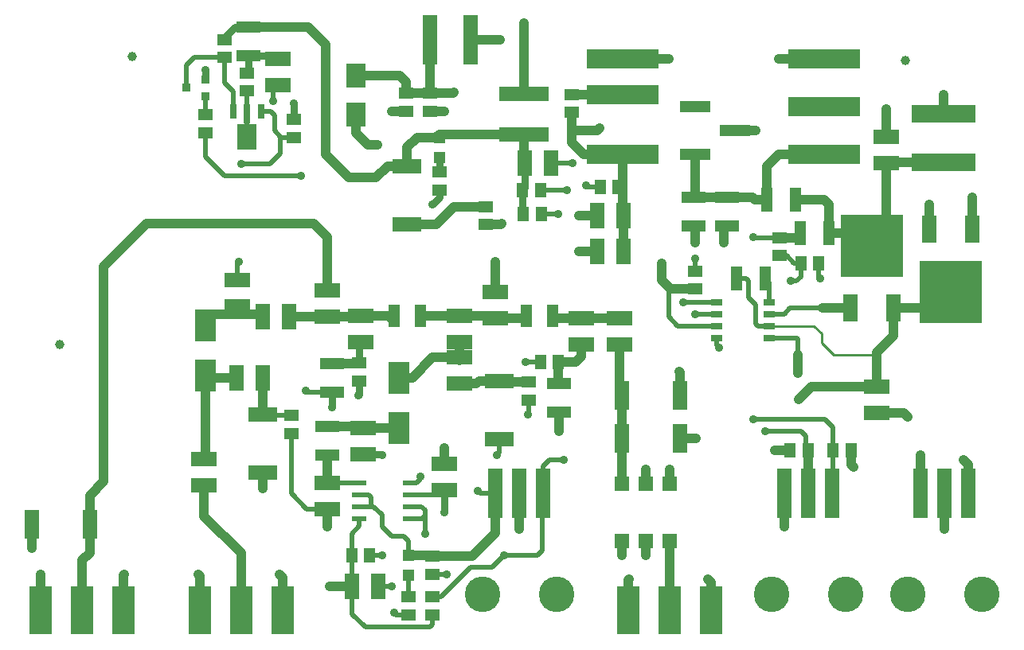
<source format=gtl>
%FSLAX34Y34*%
G04 Gerber Fmt 3.4, Leading zero omitted, Abs format*
G04 (created by PCBNEW (2014-03-19 BZR 4756)-product) date Fri Feb  6 12:39:27 2015*
%MOIN*%
G01*
G70*
G90*
G04 APERTURE LIST*
%ADD10C,0.005906*%
%ADD11C,0.039370*%
%ADD12R,0.059000X0.051200*%
%ADD13R,0.106000X0.063000*%
%ADD14R,0.051200X0.059000*%
%ADD15R,0.063000X0.106000*%
%ADD16R,0.121024X0.060000*%
%ADD17R,0.050000X0.092913*%
%ADD18R,0.060000X0.121024*%
%ADD19R,0.094488X0.200787*%
%ADD20R,0.062992X0.118110*%
%ADD21R,0.263780X0.263780*%
%ADD22R,0.050000X0.025000*%
%ADD23R,0.062992X0.023622*%
%ADD24R,0.300000X0.078740*%
%ADD25R,0.208700X0.059100*%
%ADD26R,0.267700X0.072800*%
%ADD27R,0.079900X0.104400*%
%ADD28R,0.047200X0.047200*%
%ADD29R,0.059100X0.208700*%
%ADD30R,0.027600X0.063000*%
%ADD31R,0.027600X0.082700*%
%ADD32R,0.078700X0.108300*%
%ADD33R,0.036000X0.036000*%
%ADD34R,0.090600X0.137800*%
%ADD35R,0.050000X0.100000*%
%ADD36R,0.100000X0.050000*%
%ADD37R,0.059843X0.064961*%
%ADD38R,0.125197X0.050000*%
%ADD39R,0.064961X0.209843*%
%ADD40C,0.148819*%
%ADD41C,0.035000*%
%ADD42C,0.019685*%
%ADD43C,0.039370*%
%ADD44C,0.010000*%
%ADD45C,0.031496*%
%ADD46C,0.007087*%
G04 APERTURE END LIST*
G54D10*
G54D11*
X27550Y-11700D03*
G54D12*
X51100Y-21425D03*
X51100Y-20675D03*
G54D13*
X30550Y-28550D03*
X30550Y-29650D03*
G54D14*
X56875Y-28200D03*
X57625Y-28200D03*
G54D13*
X35700Y-22600D03*
X35700Y-21500D03*
X58700Y-26625D03*
X58700Y-25525D03*
X41250Y-23650D03*
X41250Y-22550D03*
X59100Y-16150D03*
X59100Y-15050D03*
X47950Y-22650D03*
X47950Y-23750D03*
G54D14*
X36725Y-32600D03*
X37475Y-32600D03*
G54D15*
X34100Y-22600D03*
X33000Y-22600D03*
G54D12*
X37050Y-25275D03*
X37050Y-24525D03*
G54D13*
X37200Y-27250D03*
X37200Y-28350D03*
G54D14*
X44625Y-24500D03*
X45375Y-24500D03*
X43875Y-17290D03*
X44625Y-17290D03*
X43905Y-18270D03*
X44655Y-18270D03*
G54D15*
X43965Y-16165D03*
X45065Y-16165D03*
X48100Y-19850D03*
X47000Y-19850D03*
X48100Y-18350D03*
X47000Y-18350D03*
G54D16*
X33000Y-26675D03*
X33000Y-29125D03*
G54D17*
X38498Y-22550D03*
X39601Y-22550D03*
X45151Y-22550D03*
X44048Y-22550D03*
G54D16*
X42900Y-25275D03*
X42900Y-27725D03*
G54D18*
X48025Y-25900D03*
X50475Y-25900D03*
X50475Y-27700D03*
X48025Y-27700D03*
G54D19*
X32100Y-34900D03*
X30367Y-34900D03*
X33832Y-34900D03*
X25450Y-34900D03*
X27182Y-34900D03*
X23717Y-34900D03*
X50050Y-34900D03*
X48317Y-34900D03*
X51782Y-34900D03*
G54D15*
X31900Y-25150D03*
X33000Y-25150D03*
G54D13*
X37100Y-23650D03*
X37100Y-22550D03*
X42750Y-22650D03*
X42750Y-21550D03*
X46350Y-23750D03*
X46350Y-22650D03*
X41250Y-24300D03*
X41250Y-25400D03*
G54D20*
X57594Y-22225D03*
X59405Y-22225D03*
G54D21*
X58500Y-19606D03*
G54D20*
X62705Y-18925D03*
X60894Y-18925D03*
G54D21*
X61800Y-21543D03*
G54D12*
X34200Y-26725D03*
X34200Y-27475D03*
X44150Y-25325D03*
X44150Y-26075D03*
X40100Y-34325D03*
X40100Y-35075D03*
G54D22*
X52000Y-21975D03*
X52000Y-22475D03*
X52000Y-22975D03*
X52000Y-23475D03*
X54200Y-23475D03*
X54200Y-22975D03*
X54200Y-22475D03*
X54200Y-21975D03*
G54D12*
X42350Y-17975D03*
X42350Y-18725D03*
G54D18*
X25775Y-31300D03*
X23325Y-31300D03*
G54D23*
X37037Y-31038D03*
X39162Y-31038D03*
X37037Y-30546D03*
X37037Y-30053D03*
X37037Y-29561D03*
X39162Y-30546D03*
X39162Y-30053D03*
X39162Y-29561D03*
G54D14*
X47875Y-17150D03*
X47125Y-17150D03*
G54D12*
X45950Y-14025D03*
X45950Y-13275D03*
G54D24*
X48087Y-11800D03*
X48087Y-13288D03*
X48087Y-15800D03*
X56512Y-15800D03*
X56512Y-13800D03*
X56512Y-11800D03*
G54D25*
X43950Y-13250D03*
X43950Y-14950D03*
G54D26*
X61500Y-16114D03*
X61500Y-14086D03*
G54D27*
X36900Y-12479D03*
X36900Y-14121D03*
G54D15*
X36750Y-33900D03*
X37850Y-33900D03*
G54D13*
X40600Y-29850D03*
X40600Y-28750D03*
X35700Y-29550D03*
X35700Y-30650D03*
G54D12*
X40100Y-33375D03*
X40100Y-32625D03*
G54D28*
X40400Y-15087D03*
X40400Y-15913D03*
X39100Y-32587D03*
X39100Y-33413D03*
G54D12*
X40400Y-16525D03*
X40400Y-17275D03*
X54650Y-20025D03*
X54650Y-19275D03*
G54D14*
X55525Y-20350D03*
X56275Y-20350D03*
G54D12*
X39100Y-35075D03*
X39100Y-34325D03*
G54D13*
X33650Y-11800D03*
X33650Y-12900D03*
G54D12*
X30600Y-14875D03*
X30600Y-14125D03*
X31400Y-10975D03*
X31400Y-11725D03*
X32350Y-12375D03*
X32350Y-13125D03*
X34300Y-14325D03*
X34300Y-15075D03*
G54D13*
X31950Y-21050D03*
X31950Y-22150D03*
G54D12*
X40000Y-13225D03*
X40000Y-13975D03*
X39000Y-13225D03*
X39000Y-13975D03*
G54D29*
X41700Y-11000D03*
X40000Y-11000D03*
G54D30*
X32941Y-14002D03*
G54D31*
X32350Y-14100D03*
G54D30*
X31759Y-14002D03*
G54D32*
X32350Y-15045D03*
G54D33*
X30600Y-12650D03*
X30600Y-13350D03*
X29800Y-13000D03*
G54D34*
X30600Y-22937D03*
X30600Y-25063D03*
G54D14*
X55825Y-28200D03*
X55075Y-28200D03*
G54D35*
X55300Y-17700D03*
X54100Y-17700D03*
X55500Y-19100D03*
X56700Y-19100D03*
X54050Y-21000D03*
X52850Y-21000D03*
G54D36*
X51050Y-17600D03*
X51050Y-18800D03*
X52450Y-17600D03*
X52450Y-18800D03*
G54D16*
X39050Y-18725D03*
X39050Y-16275D03*
G54D36*
X45400Y-26600D03*
X45400Y-25400D03*
X35900Y-25750D03*
X35900Y-24550D03*
X35700Y-28400D03*
X35700Y-27200D03*
X32400Y-10450D03*
X32400Y-11650D03*
G54D34*
X38700Y-27263D03*
X38700Y-25137D03*
G54D37*
X48050Y-29600D03*
X49050Y-29600D03*
X50050Y-29600D03*
X50050Y-32000D03*
X49050Y-32000D03*
X48050Y-32000D03*
G54D11*
X59900Y-11850D03*
X24500Y-23750D03*
G54D38*
X51112Y-13800D03*
X52770Y-14800D03*
X51112Y-15800D03*
G54D39*
X44750Y-30000D03*
X43750Y-30000D03*
X42750Y-30000D03*
G54D40*
X45299Y-34208D03*
X42200Y-34208D03*
G54D39*
X56850Y-30000D03*
X55850Y-30000D03*
X54850Y-30000D03*
G54D40*
X57399Y-34208D03*
X54300Y-34208D03*
G54D39*
X62550Y-30000D03*
X61550Y-30000D03*
X60550Y-30000D03*
G54D40*
X63099Y-34208D03*
X60000Y-34208D03*
G54D41*
X39800Y-31700D03*
X43100Y-32600D03*
X45600Y-28600D03*
X50600Y-22000D03*
X51100Y-22500D03*
X42000Y-29900D03*
X42750Y-20300D03*
X55450Y-26050D03*
X52300Y-19500D03*
X51100Y-19500D03*
X40600Y-14000D03*
X38400Y-14000D03*
X30600Y-12250D03*
X61500Y-13300D03*
X59100Y-13900D03*
X54600Y-11800D03*
X50000Y-11800D03*
X42800Y-28400D03*
X46250Y-19850D03*
X60000Y-26800D03*
X60900Y-17900D03*
X37000Y-25900D03*
X52100Y-23900D03*
X45380Y-18270D03*
X45750Y-17290D03*
X45965Y-16165D03*
X46250Y-18350D03*
X46550Y-17100D03*
X42975Y-18725D03*
X56350Y-21000D03*
X33450Y-13550D03*
X34300Y-13650D03*
X40100Y-17900D03*
X23350Y-32300D03*
X48050Y-32600D03*
X49050Y-32600D03*
X49050Y-29000D03*
X50050Y-29000D03*
X51150Y-27700D03*
X50450Y-24900D03*
X51650Y-33600D03*
X43750Y-31500D03*
X53650Y-14800D03*
X61550Y-31500D03*
X54850Y-31400D03*
X54450Y-28200D03*
X57750Y-28900D03*
X38000Y-32600D03*
X38400Y-33900D03*
X51100Y-20150D03*
X33000Y-29800D03*
X38000Y-28400D03*
X39600Y-29300D03*
X38500Y-35000D03*
X40700Y-33400D03*
X44000Y-24500D03*
X33700Y-33400D03*
X30300Y-33400D03*
X23700Y-33400D03*
X27200Y-33400D03*
X48350Y-33600D03*
X37750Y-16750D03*
X49700Y-20350D03*
X35700Y-31400D03*
X40600Y-28100D03*
X44100Y-26700D03*
X62700Y-17600D03*
X55400Y-24950D03*
X41000Y-18000D03*
X41000Y-13200D03*
X35800Y-33900D03*
X34600Y-16700D03*
X34800Y-25700D03*
X35900Y-26400D03*
X40600Y-30800D03*
X45400Y-27400D03*
X32100Y-16200D03*
X32000Y-20300D03*
X62350Y-28600D03*
X43950Y-10300D03*
X42950Y-11000D03*
X60550Y-28400D03*
X53550Y-19250D03*
X53550Y-26900D03*
X55100Y-21100D03*
X54050Y-27400D03*
X37800Y-15400D03*
X47100Y-14700D03*
G54D42*
X39661Y-31038D02*
X39800Y-30900D01*
X39800Y-30900D02*
X39800Y-30700D01*
X39800Y-30700D02*
X39646Y-30546D01*
X39646Y-30546D02*
X39162Y-30546D01*
X39162Y-31038D02*
X39661Y-31038D01*
X44700Y-30050D02*
X44750Y-30000D01*
X43100Y-32600D02*
X44500Y-32600D01*
X44500Y-32600D02*
X44700Y-32400D01*
X44700Y-32400D02*
X44700Y-30050D01*
X39800Y-30700D02*
X39800Y-31700D01*
X40475Y-34325D02*
X41700Y-33100D01*
X41700Y-33100D02*
X42600Y-33100D01*
X42600Y-33100D02*
X43100Y-32600D01*
X40100Y-34325D02*
X40475Y-34325D01*
X44750Y-28850D02*
X45000Y-28600D01*
X45000Y-28600D02*
X45600Y-28600D01*
X50600Y-22000D02*
X50625Y-21975D01*
X50625Y-21975D02*
X52000Y-21975D01*
X44750Y-30000D02*
X44750Y-28850D01*
X37037Y-30546D02*
X37546Y-30546D01*
X37453Y-30053D02*
X37546Y-30146D01*
X37546Y-30146D02*
X37546Y-30546D01*
X37037Y-30053D02*
X37453Y-30053D01*
G54D43*
X40062Y-32587D02*
X40100Y-32625D01*
X39100Y-32587D02*
X40062Y-32587D01*
X41775Y-32625D02*
X42750Y-31650D01*
X42750Y-31650D02*
X42750Y-30000D01*
X40100Y-32625D02*
X41775Y-32625D01*
G54D42*
X37646Y-30546D02*
X38000Y-30900D01*
X38000Y-30900D02*
X38000Y-31400D01*
X38000Y-31400D02*
X38400Y-31800D01*
X38400Y-31800D02*
X38900Y-31800D01*
X38900Y-31800D02*
X39100Y-32000D01*
X39100Y-32000D02*
X39100Y-32587D01*
X37546Y-30546D02*
X37646Y-30546D01*
X51125Y-22475D02*
X51100Y-22500D01*
X42000Y-29900D02*
X42100Y-30000D01*
X42100Y-30000D02*
X42750Y-30000D01*
X52000Y-22475D02*
X51125Y-22475D01*
G54D44*
X56900Y-24200D02*
X58700Y-24200D01*
X54200Y-22975D02*
X56075Y-22975D01*
X56400Y-23300D02*
X56400Y-23700D01*
X56075Y-22975D02*
X56400Y-23300D01*
X56400Y-23700D02*
X56700Y-24000D01*
X56700Y-24000D02*
X56900Y-24200D01*
G54D43*
X59405Y-22225D02*
X61118Y-22225D01*
X61118Y-22225D02*
X61800Y-21543D01*
X59405Y-22225D02*
X59405Y-23394D01*
X59405Y-23394D02*
X58700Y-24100D01*
X58700Y-24100D02*
X58700Y-24200D01*
X58700Y-24200D02*
X58700Y-25525D01*
X42750Y-21550D02*
X42750Y-20300D01*
X55975Y-25525D02*
X55450Y-26050D01*
X55975Y-25525D02*
X58700Y-25525D01*
X60750Y-22593D02*
X61800Y-21543D01*
X59425Y-22244D02*
X59405Y-22225D01*
G54D42*
X52850Y-21000D02*
X53050Y-21000D01*
X53250Y-21000D02*
X53350Y-21100D01*
X53350Y-21100D02*
X53350Y-21800D01*
X53350Y-21800D02*
X53650Y-22100D01*
X53650Y-22100D02*
X53650Y-22900D01*
X53650Y-22900D02*
X53725Y-22975D01*
X53725Y-22975D02*
X54200Y-22975D01*
X52850Y-21000D02*
X53250Y-21000D01*
G54D43*
X41266Y-22533D02*
X41250Y-22550D01*
X39601Y-22550D02*
X41250Y-22550D01*
X44031Y-22533D02*
X44048Y-22550D01*
G54D44*
X42733Y-22550D02*
X42750Y-22533D01*
G54D43*
X42650Y-22550D02*
X42750Y-22650D01*
X41250Y-22550D02*
X42650Y-22550D01*
X43948Y-22650D02*
X44048Y-22550D01*
X42750Y-22650D02*
X43948Y-22650D01*
X52300Y-18750D02*
X52300Y-19500D01*
X51100Y-18750D02*
X51100Y-19500D01*
X40000Y-13975D02*
X40575Y-13975D01*
X40575Y-13975D02*
X40600Y-14000D01*
X39000Y-13975D02*
X38425Y-13975D01*
X38425Y-13975D02*
X38400Y-14000D01*
G54D45*
X30600Y-12650D02*
X30600Y-12250D01*
G54D43*
X61500Y-14086D02*
X61500Y-13300D01*
X59100Y-15050D02*
X59100Y-13900D01*
X56512Y-11800D02*
X54600Y-11800D01*
X48087Y-11800D02*
X50000Y-11800D01*
G54D42*
X42900Y-27725D02*
X42900Y-28300D01*
X42900Y-28300D02*
X42800Y-28400D01*
G54D43*
X47000Y-18350D02*
X46250Y-18350D01*
X47000Y-19850D02*
X46250Y-19850D01*
X59825Y-26625D02*
X60000Y-26800D01*
X58700Y-26625D02*
X59825Y-26625D01*
X60894Y-17905D02*
X60900Y-17900D01*
X60894Y-18925D02*
X60894Y-17905D01*
G54D45*
X37050Y-25850D02*
X37000Y-25900D01*
X37050Y-25275D02*
X37050Y-25850D01*
G54D42*
X52000Y-23800D02*
X52100Y-23900D01*
X52000Y-23475D02*
X52000Y-23800D01*
X44655Y-18270D02*
X45380Y-18270D01*
X44791Y-17290D02*
X45750Y-17290D01*
X45056Y-16165D02*
X45965Y-16165D01*
X47125Y-17150D02*
X46600Y-17150D01*
X46600Y-17150D02*
X46550Y-17100D01*
G54D43*
X42350Y-18725D02*
X42975Y-18725D01*
X42975Y-18725D02*
X43000Y-18700D01*
X43000Y-18700D02*
X42975Y-18725D01*
G54D42*
X56275Y-20925D02*
X56350Y-21000D01*
X56275Y-20350D02*
X56275Y-20925D01*
X33450Y-12950D02*
X33450Y-13550D01*
G54D45*
X34300Y-14325D02*
X34300Y-13650D01*
X40400Y-17600D02*
X40100Y-17900D01*
X40400Y-17275D02*
X40400Y-17600D01*
G54D43*
X23325Y-32275D02*
X23350Y-32300D01*
X23325Y-31300D02*
X23325Y-32275D01*
X48050Y-32000D02*
X48050Y-32600D01*
X49050Y-32000D02*
X49050Y-32600D01*
X49050Y-29600D02*
X49050Y-29000D01*
X50050Y-29600D02*
X50050Y-29000D01*
X50475Y-27700D02*
X51150Y-27700D01*
X50475Y-24925D02*
X50450Y-24900D01*
X50475Y-25900D02*
X50475Y-24925D01*
X51782Y-33732D02*
X51650Y-33600D01*
X51782Y-34900D02*
X51782Y-33732D01*
X48317Y-33632D02*
X48350Y-33600D01*
X48317Y-33632D02*
X48350Y-33600D01*
X48317Y-34900D02*
X48317Y-33632D01*
X43750Y-30000D02*
X43750Y-31500D01*
X52770Y-14800D02*
X53650Y-14800D01*
X61550Y-30000D02*
X61550Y-31500D01*
X54850Y-30000D02*
X54850Y-31400D01*
X55075Y-28200D02*
X54450Y-28200D01*
X57625Y-28775D02*
X57750Y-28900D01*
X57625Y-28200D02*
X57625Y-28775D01*
G54D42*
X37475Y-32600D02*
X38000Y-32600D01*
X37850Y-33900D02*
X38400Y-33900D01*
X51100Y-20675D02*
X51100Y-20150D01*
G54D43*
X33000Y-29125D02*
X33000Y-29800D01*
G54D45*
X37950Y-28350D02*
X38000Y-28400D01*
X37200Y-28350D02*
X37950Y-28350D01*
G54D42*
X39600Y-29400D02*
X39600Y-29300D01*
X39438Y-29561D02*
X39600Y-29400D01*
X39162Y-29561D02*
X39438Y-29561D01*
X38575Y-35075D02*
X38500Y-35000D01*
X39100Y-35075D02*
X38575Y-35075D01*
X40675Y-33375D02*
X40700Y-33400D01*
X40100Y-33375D02*
X40675Y-33375D01*
X44625Y-24500D02*
X44000Y-24500D01*
G54D43*
X33832Y-33532D02*
X33832Y-34900D01*
X33832Y-33532D02*
X33700Y-33400D01*
X30367Y-33467D02*
X30367Y-34900D01*
X30367Y-33467D02*
X30300Y-33400D01*
X23717Y-33417D02*
X23717Y-34900D01*
X23717Y-33417D02*
X23700Y-33400D01*
X27182Y-33417D02*
X27182Y-34900D01*
X27182Y-33417D02*
X27200Y-33400D01*
X38225Y-16275D02*
X39050Y-16275D01*
X38225Y-16275D02*
X37750Y-16750D01*
X43950Y-14950D02*
X40400Y-14950D01*
X43950Y-14950D02*
X43950Y-16150D01*
X43950Y-16150D02*
X43965Y-16165D01*
X44000Y-16130D02*
X43965Y-16165D01*
G54D45*
X43875Y-17290D02*
X43875Y-18240D01*
X43875Y-18240D02*
X43905Y-18270D01*
X43965Y-16165D02*
X43965Y-17200D01*
X43965Y-17200D02*
X43875Y-17290D01*
X40400Y-15087D02*
X40400Y-14950D01*
G54D43*
X39463Y-15087D02*
X39050Y-15500D01*
X40400Y-15087D02*
X39463Y-15087D01*
X39050Y-15500D02*
X39050Y-16275D01*
G54D45*
X31850Y-10450D02*
X32400Y-10450D01*
X31400Y-10900D02*
X31850Y-10450D01*
X31400Y-10975D02*
X31400Y-10900D01*
G54D43*
X34900Y-10450D02*
X35650Y-11200D01*
X35650Y-11200D02*
X35650Y-15800D01*
X35650Y-15800D02*
X36600Y-16750D01*
X36600Y-16750D02*
X37750Y-16750D01*
X32400Y-10450D02*
X34900Y-10450D01*
X51100Y-21425D02*
X50075Y-21425D01*
X49700Y-21050D02*
X49700Y-20350D01*
X50000Y-21350D02*
X49700Y-21050D01*
X50075Y-21425D02*
X50000Y-21350D01*
X35700Y-30650D02*
X35700Y-31400D01*
G54D42*
X34200Y-30000D02*
X34850Y-30650D01*
X34850Y-30650D02*
X35700Y-30650D01*
X34200Y-27475D02*
X34200Y-30000D01*
G54D43*
X40600Y-28750D02*
X40600Y-28100D01*
G54D42*
X44150Y-26650D02*
X44100Y-26700D01*
X44150Y-26075D02*
X44150Y-26650D01*
X50375Y-22975D02*
X50000Y-22600D01*
X50000Y-22600D02*
X50000Y-21350D01*
X52000Y-22975D02*
X50375Y-22975D01*
G54D43*
X56700Y-19100D02*
X57993Y-19100D01*
X57993Y-19100D02*
X58500Y-19606D01*
X55300Y-17700D02*
X56500Y-17700D01*
X56700Y-17900D02*
X56700Y-19100D01*
X56500Y-17700D02*
X56700Y-17900D01*
X57421Y-18527D02*
X58500Y-19606D01*
X61500Y-16114D02*
X59136Y-16114D01*
X59136Y-16114D02*
X59100Y-16150D01*
X59100Y-16150D02*
X59100Y-19006D01*
X59100Y-19006D02*
X58500Y-19606D01*
X59250Y-18856D02*
X58500Y-19606D01*
X57943Y-19050D02*
X58500Y-19606D01*
X58481Y-19625D02*
X58500Y-19606D01*
G54D42*
X57743Y-18850D02*
X58500Y-19606D01*
X58143Y-19250D02*
X58500Y-19606D01*
G54D43*
X30600Y-28500D02*
X30550Y-28550D01*
X30600Y-25063D02*
X30600Y-28500D01*
X30687Y-25150D02*
X30600Y-25063D01*
X31900Y-25150D02*
X30687Y-25150D01*
X30550Y-30950D02*
X32100Y-32500D01*
X32100Y-32500D02*
X32100Y-34900D01*
X30550Y-29650D02*
X30550Y-30950D01*
G54D42*
X54200Y-21150D02*
X54050Y-21000D01*
X54200Y-21975D02*
X54200Y-21150D01*
G54D43*
X34100Y-22600D02*
X35700Y-22600D01*
X38381Y-22666D02*
X38498Y-22550D01*
G54D46*
X37216Y-22550D02*
X37100Y-22666D01*
G54D43*
X37050Y-22600D02*
X37100Y-22550D01*
X35700Y-22600D02*
X37050Y-22600D01*
X37100Y-22550D02*
X38498Y-22550D01*
X35600Y-21400D02*
X35700Y-21500D01*
X25450Y-32800D02*
X25775Y-32475D01*
X25775Y-32475D02*
X25775Y-31300D01*
X25450Y-34900D02*
X25450Y-32800D01*
X25775Y-30075D02*
X26350Y-29500D01*
X26350Y-29500D02*
X26350Y-20500D01*
X26350Y-20500D02*
X28150Y-18700D01*
X28150Y-18700D02*
X35150Y-18700D01*
X35150Y-18700D02*
X35700Y-19250D01*
X35700Y-19250D02*
X35700Y-21500D01*
X25775Y-31300D02*
X25775Y-30075D01*
X41250Y-23650D02*
X41250Y-24416D01*
X41175Y-24375D02*
X41250Y-24300D01*
X39263Y-25137D02*
X40100Y-24300D01*
X40100Y-24300D02*
X41250Y-24300D01*
X38700Y-25137D02*
X39263Y-25137D01*
X47950Y-22650D02*
X46350Y-22650D01*
X45251Y-22650D02*
X45151Y-22550D01*
X46350Y-22650D02*
X45251Y-22650D01*
X48050Y-27725D02*
X48025Y-27700D01*
X48050Y-29600D02*
X48050Y-27725D01*
X48025Y-27700D02*
X48025Y-25900D01*
X47950Y-25825D02*
X48025Y-25900D01*
X47950Y-23750D02*
X47950Y-25825D01*
X32900Y-22500D02*
X33000Y-22600D01*
X30925Y-22500D02*
X32900Y-22500D01*
G54D45*
X31600Y-22500D02*
X31950Y-22150D01*
X30763Y-22500D02*
X31600Y-22500D01*
X37050Y-24525D02*
X37050Y-23700D01*
X37050Y-23700D02*
X37100Y-23650D01*
G54D42*
X37000Y-24475D02*
X37050Y-24525D01*
G54D43*
X37025Y-24550D02*
X37050Y-24525D01*
X35900Y-24550D02*
X37025Y-24550D01*
X37150Y-27200D02*
X37200Y-27250D01*
X35700Y-27200D02*
X37150Y-27200D01*
X38687Y-27250D02*
X38700Y-27263D01*
X37200Y-27250D02*
X38687Y-27250D01*
X46350Y-24250D02*
X46100Y-24500D01*
X46100Y-24500D02*
X45375Y-24500D01*
X46350Y-23750D02*
X46350Y-24250D01*
X45375Y-25375D02*
X45400Y-25400D01*
X45375Y-24500D02*
X45375Y-25375D01*
X33000Y-25150D02*
X33000Y-26675D01*
G54D42*
X33050Y-26725D02*
X33000Y-26675D01*
X34200Y-26725D02*
X33050Y-26725D01*
X42775Y-25400D02*
X42900Y-25275D01*
G54D46*
X41250Y-25283D02*
X41250Y-25400D01*
G54D43*
X41258Y-25275D02*
X41250Y-25283D01*
X41950Y-25400D02*
X42075Y-25275D01*
X42075Y-25275D02*
X42900Y-25275D01*
X41250Y-25400D02*
X41950Y-25400D01*
X42950Y-25325D02*
X42900Y-25275D01*
X44150Y-25325D02*
X42950Y-25325D01*
G54D42*
X55725Y-22225D02*
X56425Y-22225D01*
X54825Y-22475D02*
X55075Y-22225D01*
X55075Y-22225D02*
X55725Y-22225D01*
X54200Y-22475D02*
X54825Y-22475D01*
X56450Y-22250D02*
X56450Y-22225D01*
X56425Y-22225D02*
X56450Y-22250D01*
G54D43*
X57594Y-22225D02*
X56450Y-22225D01*
X56450Y-22225D02*
X56475Y-22225D01*
G54D42*
X55325Y-23475D02*
X55350Y-23475D01*
X55350Y-23475D02*
X55400Y-23525D01*
X55400Y-23525D02*
X55400Y-24200D01*
G54D43*
X62705Y-17605D02*
X62700Y-17600D01*
X55400Y-24950D02*
X55400Y-24200D01*
X55400Y-24200D02*
X55400Y-24250D01*
X55400Y-24250D02*
X55400Y-24275D01*
X62705Y-18925D02*
X62705Y-17605D01*
G54D42*
X54200Y-23475D02*
X55325Y-23475D01*
X55350Y-23475D02*
X55350Y-23475D01*
G54D43*
X54100Y-17700D02*
X54100Y-16300D01*
X54600Y-15800D02*
X56512Y-15800D01*
X54100Y-16300D02*
X54600Y-15800D01*
X54050Y-17650D02*
X54100Y-17700D01*
X51112Y-17537D02*
X51050Y-17600D01*
X51112Y-15800D02*
X51112Y-17537D01*
X52450Y-17600D02*
X51050Y-17600D01*
X53600Y-17700D02*
X53500Y-17600D01*
X53500Y-17600D02*
X52450Y-17600D01*
X54100Y-17700D02*
X53600Y-17700D01*
X42350Y-17975D02*
X41025Y-17975D01*
X41025Y-17975D02*
X41000Y-18000D01*
X40975Y-13225D02*
X41000Y-13200D01*
X40000Y-13225D02*
X40975Y-13225D01*
X39000Y-13225D02*
X40000Y-13225D01*
X40275Y-18725D02*
X41000Y-18000D01*
X39050Y-18725D02*
X40275Y-18725D01*
X38729Y-12479D02*
X39000Y-12750D01*
X39000Y-12750D02*
X39000Y-13225D01*
X36900Y-12479D02*
X38729Y-12479D01*
X40000Y-11000D02*
X40000Y-13225D01*
G54D42*
X37037Y-31362D02*
X36725Y-31675D01*
X36725Y-31675D02*
X36725Y-32600D01*
X37037Y-31038D02*
X37037Y-31362D01*
X36725Y-33875D02*
X36750Y-33900D01*
X36725Y-32600D02*
X36725Y-33875D01*
X40100Y-35500D02*
X40000Y-35600D01*
X40000Y-35600D02*
X37300Y-35600D01*
X37300Y-35600D02*
X36750Y-35050D01*
X36750Y-35050D02*
X36750Y-33900D01*
X40100Y-35075D02*
X40100Y-35500D01*
G54D43*
X36750Y-33900D02*
X35800Y-33900D01*
G54D42*
X35711Y-29561D02*
X35700Y-29550D01*
X37037Y-29561D02*
X35711Y-29561D01*
G54D43*
X35700Y-28400D02*
X35700Y-29550D01*
G54D42*
X30600Y-15900D02*
X31400Y-16700D01*
X31400Y-16700D02*
X34600Y-16700D01*
X34800Y-25700D02*
X34850Y-25750D01*
X34850Y-25750D02*
X35900Y-25750D01*
X30600Y-14875D02*
X30600Y-15900D01*
X40396Y-30053D02*
X40600Y-29850D01*
X39162Y-30053D02*
X40396Y-30053D01*
G54D45*
X35900Y-26300D02*
X35900Y-26400D01*
X40600Y-30800D02*
X40600Y-29850D01*
X35900Y-25750D02*
X35900Y-26300D01*
G54D43*
X45400Y-26600D02*
X45400Y-27400D01*
X48087Y-13288D02*
X45963Y-13288D01*
X45963Y-13288D02*
X45950Y-13275D01*
G54D42*
X48024Y-13225D02*
X48087Y-13288D01*
G54D45*
X40400Y-15913D02*
X40400Y-16525D01*
G54D42*
X39100Y-33413D02*
X39100Y-34325D01*
X33325Y-11725D02*
X33450Y-11850D01*
G54D45*
X32400Y-12325D02*
X32350Y-12375D01*
X32400Y-11650D02*
X32400Y-12325D01*
X33500Y-11650D02*
X33650Y-11800D01*
X32400Y-11650D02*
X33500Y-11650D01*
G54D42*
X32350Y-15045D02*
X32350Y-14100D01*
X32350Y-13125D02*
X32350Y-14100D01*
X31759Y-14002D02*
X31759Y-13159D01*
X31400Y-12800D02*
X31400Y-11725D01*
X31759Y-13159D02*
X31400Y-12800D01*
X31400Y-11725D02*
X30125Y-11725D01*
X29800Y-12050D02*
X29800Y-13000D01*
X30125Y-11725D02*
X29800Y-12050D01*
X30600Y-13350D02*
X30600Y-14125D01*
X32941Y-14002D02*
X33352Y-14002D01*
X33775Y-15075D02*
X34300Y-15075D01*
X33750Y-15050D02*
X33775Y-15075D01*
X33500Y-14800D02*
X33750Y-15050D01*
X33500Y-14150D02*
X33500Y-14800D01*
X33352Y-14002D02*
X33500Y-14150D01*
G54D45*
X34277Y-15098D02*
X34300Y-15075D01*
G54D42*
X33750Y-15750D02*
X33300Y-16200D01*
X33300Y-16200D02*
X32100Y-16200D01*
X32000Y-20300D02*
X31950Y-20350D01*
X31950Y-20350D02*
X31950Y-21050D01*
X33750Y-15050D02*
X33750Y-15750D01*
G54D43*
X62550Y-28800D02*
X62350Y-28600D01*
X43950Y-10300D02*
X43950Y-13250D01*
X62550Y-30000D02*
X62550Y-28800D01*
X60550Y-28400D02*
X60550Y-30000D01*
X41700Y-11000D02*
X42950Y-11000D01*
X54650Y-19275D02*
X55325Y-19275D01*
X55325Y-19275D02*
X55500Y-19100D01*
X56875Y-29975D02*
X56850Y-30000D01*
G54D42*
X53550Y-19250D02*
X53575Y-19275D01*
X53575Y-19275D02*
X54650Y-19275D01*
X56875Y-27225D02*
X56550Y-26900D01*
X56550Y-26900D02*
X53550Y-26900D01*
X56875Y-28200D02*
X56875Y-27225D01*
X56875Y-29975D02*
X56850Y-30000D01*
X56875Y-28200D02*
X56875Y-29975D01*
X55250Y-20350D02*
X55525Y-20350D01*
X54925Y-20025D02*
X55250Y-20350D01*
X54650Y-20025D02*
X54925Y-20025D01*
X55350Y-21100D02*
X55100Y-21100D01*
X55525Y-20925D02*
X55350Y-21100D01*
X55525Y-20350D02*
X55525Y-20925D01*
G54D43*
X55825Y-29975D02*
X55850Y-30000D01*
X55825Y-28200D02*
X55825Y-29975D01*
G54D42*
X55750Y-28125D02*
X55825Y-28200D01*
X54050Y-27400D02*
X55550Y-27400D01*
X55550Y-27400D02*
X55750Y-27600D01*
X55750Y-27600D02*
X55750Y-28125D01*
G54D43*
X45950Y-14025D02*
X45950Y-14800D01*
X46450Y-15800D02*
X48087Y-15800D01*
X48087Y-18337D02*
X48100Y-18350D01*
X48087Y-15800D02*
X48087Y-18337D01*
X48100Y-18350D02*
X48100Y-19850D01*
G54D42*
X48100Y-18350D02*
X48100Y-17375D01*
X48100Y-17375D02*
X47875Y-17150D01*
G54D43*
X45950Y-15300D02*
X46450Y-15800D01*
X45950Y-14800D02*
X45950Y-15300D01*
X36900Y-14900D02*
X37400Y-15400D01*
X37400Y-15400D02*
X37800Y-15400D01*
X47100Y-14700D02*
X47000Y-14800D01*
X47000Y-14800D02*
X45950Y-14800D01*
X36900Y-14121D02*
X36900Y-14900D01*
X50050Y-32000D02*
X50050Y-34900D01*
M02*

</source>
